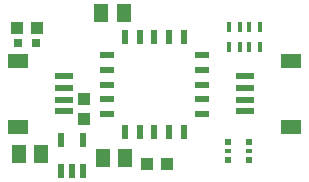
<source format=gbr>
G04 EAGLE Gerber RS-274X export*
G75*
%MOMM*%
%FSLAX34Y34*%
%LPD*%
%INSolderpaste Top*%
%IPPOS*%
%AMOC8*
5,1,8,0,0,1.08239X$1,22.5*%
G01*
%ADD10R,1.240000X1.500000*%
%ADD11R,0.550000X1.200000*%
%ADD12R,1.000000X1.075000*%
%ADD13R,0.450000X0.900000*%
%ADD14R,0.500000X0.500000*%
%ADD15R,0.500000X0.400000*%
%ADD16R,1.550000X0.600000*%
%ADD17R,1.800000X1.200000*%
%ADD18R,0.800000X0.800000*%
%ADD19R,1.075000X1.000000*%
%ADD20R,1.250000X0.600000*%
%ADD21R,0.600000X1.250000*%


D10*
X31090Y63500D03*
X12090Y63500D03*
D11*
X47650Y49229D03*
X57150Y49229D03*
X66650Y49229D03*
X66650Y75231D03*
X47650Y75231D03*
D10*
X83210Y59690D03*
X102210Y59690D03*
D12*
X67310Y93100D03*
X67310Y110100D03*
D13*
X216200Y154060D03*
X216200Y171060D03*
X207200Y154060D03*
X199200Y154060D03*
X190200Y154060D03*
X190200Y171060D03*
X207200Y171060D03*
X199200Y171060D03*
D14*
X207120Y58540D03*
D15*
X207120Y66040D03*
D14*
X207120Y73540D03*
X189120Y73540D03*
D15*
X189120Y66040D03*
D14*
X189120Y58540D03*
D16*
X203460Y109300D03*
X203460Y119300D03*
X203460Y99300D03*
X203460Y129300D03*
D17*
X242460Y86300D03*
X242460Y142300D03*
D16*
X50540Y119300D03*
X50540Y109300D03*
X50540Y129300D03*
X50540Y99300D03*
D17*
X11540Y142300D03*
X11540Y86300D03*
D18*
X11550Y157480D03*
X26550Y157480D03*
D19*
X10550Y170180D03*
X27550Y170180D03*
D20*
X87000Y146920D03*
X87000Y134420D03*
X87000Y121920D03*
X87000Y109420D03*
X87000Y96920D03*
D21*
X102000Y81920D03*
X114500Y81920D03*
X127000Y81920D03*
X139500Y81920D03*
X152000Y81920D03*
D20*
X167000Y96920D03*
X167000Y109420D03*
X167000Y121920D03*
X167000Y134420D03*
X167000Y146920D03*
D21*
X152000Y161920D03*
X139500Y161920D03*
X127000Y161920D03*
X114500Y161920D03*
X102000Y161920D03*
D10*
X100940Y182880D03*
X81940Y182880D03*
D19*
X121040Y54610D03*
X138040Y54610D03*
M02*

</source>
